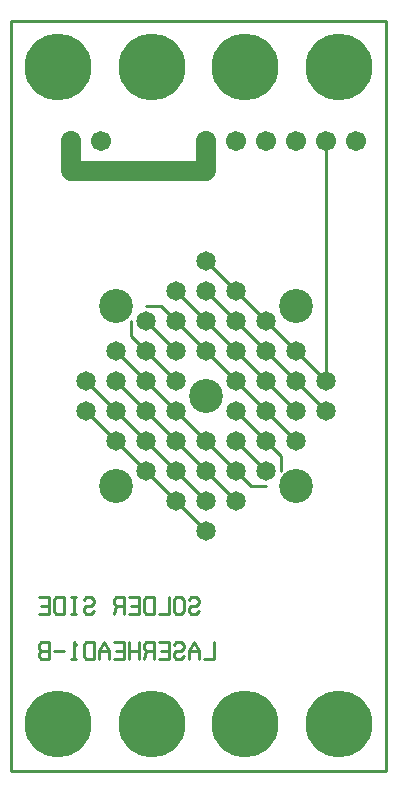
<source format=gbl>
%MOIN*%
%FSLAX25Y25*%
G04 D10 used for Character Trace; *
G04     Circle (OD=.01000) (No hole)*
G04 D11 used for Power Trace; *
G04     Circle (OD=.06700) (No hole)*
G04 D12 used for Signal Trace; *
G04     Circle (OD=.01100) (No hole)*
G04 D13 used for Via; *
G04     Circle (OD=.05800) (Round. Hole ID=.02800)*
G04 D14 used for Component hole; *
G04     Circle (OD=.06500) (Round. Hole ID=.03500)*
G04 D15 used for Component hole; *
G04     Circle (OD=.06700) (Round. Hole ID=.04300)*
G04 D16 used for Component hole; *
G04     Circle (OD=.08100) (Round. Hole ID=.05100)*
G04 D17 used for Component hole; *
G04     Circle (OD=.08900) (Round. Hole ID=.05900)*
G04 D18 used for Component hole; *
G04     Circle (OD=.11300) (Round. Hole ID=.08300)*
G04 D19 used for Component hole; *
G04     Circle (OD=.16000) (Round. Hole ID=.13000)*
G04 D20 used for Component hole; *
G04     Circle (OD=.18300) (Round. Hole ID=.15300)*
G04 D21 used for Component hole; *
G04     Circle (OD=.22291) (Round. Hole ID=.19291)*
%ADD10C,.01000*%
%ADD11C,.06700*%
%ADD12C,.01100*%
%ADD13C,.05800*%
%ADD14C,.06500*%
%ADD15C,.06700*%
%ADD16C,.08100*%
%ADD17C,.08900*%
%ADD18C,.11300*%
%ADD19C,.16000*%
%ADD20C,.18300*%
%ADD21C,.22291*%
%IPPOS*%
%LPD*%
G90*X0Y0D02*D21*X15625Y15625D03*D10*              
X67511Y42871D02*Y37129D01*X64163D01*X62511D02*    
Y40000D01*X60837Y42871D01*X59163Y40000D01*        
Y37129D01*X62511Y40000D02*X59163D01*              
X54163Y41914D02*X55000Y42871D01*X56674D01*        
X57511Y41914D01*Y40957D01*X56674Y40000D01*        
X55000D01*X54163Y39043D01*Y38086D01*              
X55000Y37129D01*X56674D01*X57511Y38086D01*        
X49163Y37129D02*X52511D01*Y42871D01*X49163D01*    
X52511Y40000D02*X50000D01*X47511Y37129D02*        
Y42871D01*X45000D01*X44163Y41914D01*Y40957D01*    
X45000Y40000D01*X47511D01*X45000D02*              
X44163Y37129D01*X42511D02*Y42871D01*              
X39163Y37129D02*Y42871D01*X42511Y40000D02*        
X39163D01*X34163Y37129D02*X37511D01*Y42871D01*    
X34163D01*X37511Y40000D02*X35000D01*              
X32511Y37129D02*Y40000D01*X30837Y42871D01*        
X29163Y40000D01*Y37129D01*X32511Y40000D02*        
X29163D01*X27511Y37129D02*Y42871D01*X25000D01*    
X24163Y41914D01*Y38086D01*X25000Y37129D01*        
X27511D01*X21674Y41914D02*X20837Y42871D01*        
Y37129D01*X21674D02*X20000D01*X17511Y40000D02*    
X14163D01*X12511Y37129D02*Y42871D01*X10000D01*    
X9163Y41914D01*Y40957D01*X10000Y40000D01*         
X9163Y39043D01*Y38086D01*X10000Y37129D01*         
X12511D01*Y40000D02*X10000D01*D21*X46875Y15625D03*
D10*X59163Y56914D02*X60000Y57871D01*X61674D01*    
X62511Y56914D01*Y55957D01*X61674Y55000D01*        
X60000D01*X59163Y54043D01*Y53086D01*              
X60000Y52129D01*X61674D01*X62511Y53086D01*        
X54163D02*X55000Y52129D01*X56674D01*              
X57511Y53086D01*Y56914D01*X56674Y57871D01*        
X55000D01*X54163Y56914D01*Y53086D01*              
X52511Y57871D02*Y52129D01*X49163D01*X47511D02*    
Y57871D01*X45000D01*X44163Y56914D01*Y53086D01*    
X45000Y52129D01*X47511D01*X39163D02*X42511D01*    
Y57871D01*X39163D01*X42511Y55000D02*X40000D01*    
X37511Y52129D02*Y57871D01*X35000D01*              
X34163Y56914D01*Y55957D01*X35000Y55000D01*        
X37511D01*X35000D02*X34163Y52129D01*              
X24163Y56914D02*X25000Y57871D01*X26674D01*        
X27511Y56914D01*Y55957D01*X26674Y55000D01*        
X25000D01*X24163Y54043D01*Y53086D01*              
X25000Y52129D01*X26674D01*X27511Y53086D01*        
X20837Y52129D02*Y57871D01*X21674Y52129D02*        
X20000D01*X21674Y57871D02*X20000D01*              
X17511Y52129D02*Y57871D01*X15000D01*              
X14163Y56914D01*Y53086D01*X15000Y52129D01*        
X17511D01*X9163D02*X12511D01*Y57871D01*X9163D01*  
X12511Y55000D02*X10000D01*D14*X65000Y80000D03*D12*
X55000Y90000D01*D14*D03*D12*X45000Y100000D01*D14* 
D03*D12*X35000Y110000D01*D14*D03*D12*             
X25000Y120000D01*D14*D03*X35000Y130000D03*D12*    
X45000Y120000D01*D14*D03*D12*X55000Y110000D01*D14*
D03*D12*X65000Y100000D01*D14*D03*D12*             
X75000Y90000D01*D14*D03*D12*X80000Y95000D02*      
X85000D01*X90000Y100000D02*Y105000D01*            
X85000Y110000D01*D14*D03*D12*X75000Y120000D01*D14*
D03*X85000Y130000D03*D12*X95000Y120000D01*D14*D03*
X105000Y130000D03*D12*Y210000D01*D15*D03*         
X115000D03*X95000D03*X85000D03*D21*               
X78125Y234375D03*X109375D03*D15*X75000Y210000D03* 
D14*X65000Y170000D03*D12*X75000Y160000D01*D14*D03*
D12*X85000Y150000D01*D14*D03*D12*X95000Y140000D01*
D14*D03*D12*X105000Y130000D01*D14*X95000D03*D12*  
X105000Y120000D01*D14*D03*D12*X95000Y130000D02*   
X85000Y140000D01*D14*D03*D12*X75000Y150000D01*D14*
D03*D12*X65000Y160000D01*D14*D03*X55000Y150000D03*
D12*X65000Y140000D01*D14*D03*D12*X75000Y130000D01*
D14*D03*D12*X85000Y120000D01*D14*D03*D12*         
X95000Y110000D01*D14*D03*X85000Y100000D03*D12*    
X75000Y110000D01*D14*D03*X65000D03*D12*           
X75000Y100000D01*D14*D03*D12*X80000Y95000D01*     
X65000Y110000D02*X55000Y120000D01*D14*D03*D12*    
X45000Y130000D01*D14*D03*D12*X35000Y140000D01*D14*
D03*D12*X45000D02*X40000Y145000D01*D14*           
X45000Y140000D03*D12*X55000Y130000D01*D14*D03*D18*
X65000Y125000D03*D14*X55000Y140000D03*D12*        
X45000Y150000D01*D14*D03*D12*X55000D02*           
X50000Y155000D01*X45000D01*X40000Y145000D02*      
Y150000D01*D18*X35000Y155000D03*D14*              
X55000Y160000D03*D12*X65000Y150000D01*D14*D03*D12*
X75000Y140000D01*D14*D03*D12*X85000Y130000D01*D18*
X95000Y155000D03*D14*X55000Y100000D03*D12*        
X65000Y90000D01*D14*D03*D12*X55000Y100000D02*     
X45000Y110000D01*D14*D03*D12*X35000Y120000D01*D14*
D03*D12*X25000Y130000D01*D14*D03*D18*             
X35000Y95000D03*D11*X20000Y200000D02*X65000D01*   
X20000D02*Y210000D01*D15*D03*X30000D03*D21*       
X46875Y234375D03*X15625D03*D12*X0Y0D02*Y250000D01*
Y0D02*X125000D01*Y250000D01*X0D01*D11*            
X65000Y200000D02*Y210000D01*D15*D03*D18*          
X95000Y95000D03*D21*X78125Y15625D03*X109375D03*   
M02*                                              

</source>
